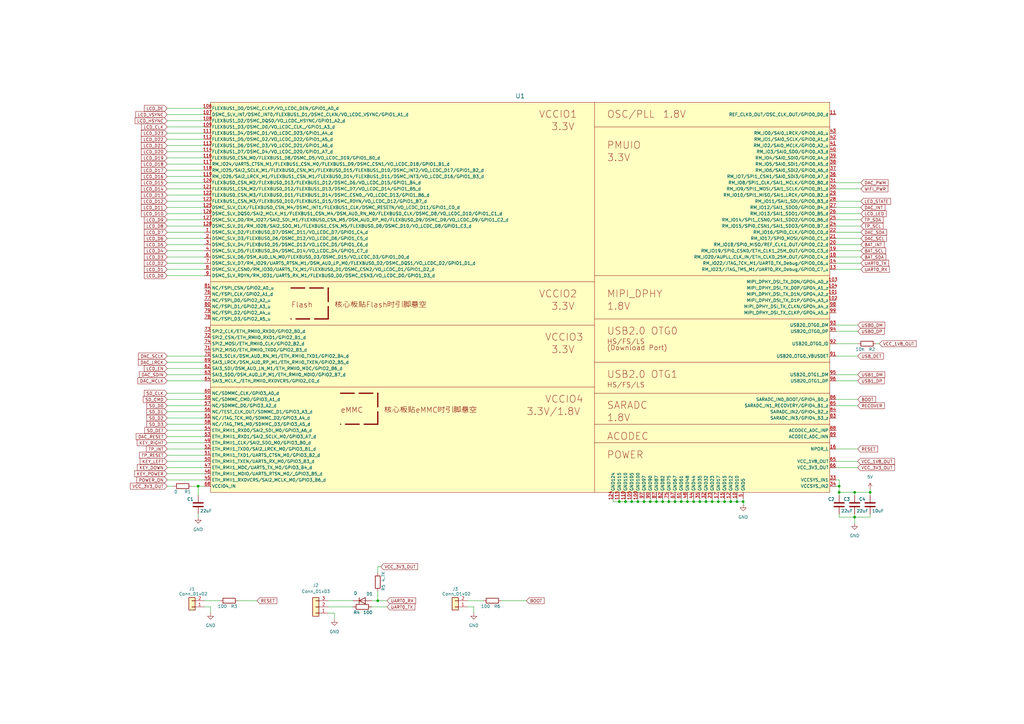
<source format=kicad_sch>
(kicad_sch (version 20250114) (generator "eeschema") (generator_version "9.0")
  (paper "A3")
  (lib_symbols
    (symbol "Connector_Generic:Conn_01x02" (pin_names (offset 1.016) (hide yes))
      (property "Reference" "J" (at 0 2.54 0))
      (property "Value" "Conn_01x02" (at 0 -5.08 0))
      (symbol "Conn_01x02_1_1"
        (rectangle (start -1.27 1.27) (end 1.27 -3.81) (stroke (width 0.254)) (fill (type background)))
        (rectangle (start -1.27 0.127) (end 0 -0.127) (stroke (width 0.1524)))
        (rectangle (start -1.27 -2.413) (end 0 -2.667) (stroke (width 0.1524)))
        (pin passive line (at -5.08 0 0) (length 3.81) (name "Pin_1") (number "1"))
        (pin passive line (at -5.08 -2.54 0) (length 3.81) (name "Pin_2") (number "2"))
      )
    )
    (symbol "Connector_Generic:Conn_01x03" (pin_names (offset 1.016) (hide yes))
      (property "Reference" "J" (at 0 5.08 0))
      (property "Value" "Conn_01x03" (at 0 -5.08 0))
      (symbol "Conn_01x03_1_1"
        (rectangle (start -1.27 3.81) (end 1.27 -3.81) (stroke (width 0.254)) (fill (type background)))
        (rectangle (start -1.27 2.667) (end 0 2.413) (stroke (width 0.1524)))
        (rectangle (start -1.27 0.127) (end 0 -0.127) (stroke (width 0.1524)))
        (rectangle (start -1.27 -2.413) (end 0 -2.667) (stroke (width 0.1524)))
        (pin passive line (at -5.08 2.54 0) (length 3.81) (name "Pin_1") (number "1"))
        (pin passive line (at -5.08 0 0) (length 3.81) (name "Pin_2") (number "2"))
        (pin passive line (at -5.08 -2.54 0) (length 3.81) (name "Pin_3") (number "3"))
      )
    )
    (symbol "Device:C" (pin_numbers (hide yes)) (pin_names (offset 0.254))
      (property "Reference" "C" (at 0.635 2.54 0))
      (property "Value" "C" (at 0.635 -2.54 0))
      (symbol "C_0_1"
        (polyline (pts (xy -2.032 0.762) (xy 2.032 0.762)) (stroke (width 0.508)))
        (polyline (pts (xy -2.032 -0.762) (xy 2.032 -0.762)) (stroke (width 0.508)))
      )
      (symbol "C_1_1"
        (pin passive line (at 0 3.81 270) (length 2.794) (name "~") (number "1"))
        (pin passive line (at 0 -3.81 90) (length 2.794) (name "~") (number "2"))
      )
    )
    (symbol "Device:D" (pin_numbers (hide yes)) (pin_names (offset 1.016) (hide yes))
      (property "Reference" "D" (at 0 2.54 0))
      (property "Value" "D" (at 0 -2.54 0))
      (symbol "D_0_1"
        (polyline (pts (xy -1.27 1.27) (xy -1.27 -1.27)) (stroke (width 0.254)))
        (polyline (pts (xy 1.27 1.27) (xy 1.27 -1.27) (xy -1.27 0) (xy 1.27 1.27)) (stroke (width 0.254)))
        (polyline (pts (xy 1.27 0) (xy -1.27 0)))
      )
      (symbol "D_1_1"
        (pin passive line (at -3.81 0 0) (length 2.54) (name "K") (number "1"))
        (pin passive line (at 3.81 0 180) (length 2.54) (name "A") (number "2"))
      )
    )
    (symbol "Device:R" (pin_numbers (hide yes)) (pin_names (offset 0))
      (property "Reference" "R" (at 2.032 0 90))
      (property "Value" "R" (at 0 0 90))
      (symbol "R_0_1"
        (rectangle (start -1.016 -2.54) (end 1.016 2.54) (stroke (width 0.254)))
      )
      (symbol "R_1_1"
        (pin passive line (at 0 3.81 270) (length 1.27) (name "~") (number "1"))
        (pin passive line (at 0 -3.81 90) (length 1.27) (name "~") (number "2"))
      )
    )
    (symbol "coloryr:SOM3562_18"
      (property "Reference" "M" (at 0 0 0))
      (symbol "SOM3562_18_1_0"
        (polyline (pts (xy 0 -73.66) (xy 157.48 -73.66)))
        (polyline (pts (xy 0 -91.44) (xy 157.48 -91.44)))
        (polyline (pts (xy 0 -116.84) (xy 157.48 -116.84)))
        (polyline (pts (xy 33.02 -76.2) (xy 48.26 -76.2)) (stroke (width 0.508) (type dash)))
        (polyline (pts (xy 48.26 -76.2) (xy 48.26 -88.9)) (stroke (width 0.508) (type dash)))
        (polyline (pts (xy 48.26 -88.9) (xy 33.02 -88.9)) (stroke (width 0.508) (type dash)))
        (polyline (pts (xy 53.34 -119.38) (xy 68.58 -119.38)) (stroke (width 0.508) (type dash)))
        (polyline (pts (xy 68.58 -119.38) (xy 68.58 -132.08)) (stroke (width 0.508) (type dash)))
        (polyline (pts (xy 68.58 -132.08) (xy 53.34 -132.08)) (stroke (width 0.508) (type dash)))
        (polyline (pts (xy 157.48 0) (xy 157.48 -160.02)))
        (rectangle (start 254 0) (end 0 -160.02) (stroke (width 0) (color 128 0 0 1)) (fill (type background)))
        (polyline (pts (xy 254 -10.16) (xy 157.48 -10.16)))
        (polyline (pts (xy 254 -71.12) (xy 157.48 -71.12)))
        (polyline (pts (xy 254 -88.9) (xy 157.48 -88.9)))
        (polyline (pts (xy 254 -106.68) (xy 157.48 -106.68)))
        (polyline (pts (xy 254 -119.38) (xy 157.48 -119.38)))
        (polyline (pts (xy 254 -132.08) (xy 157.48 -132.08)))
        (polyline (pts (xy 254 -139.7) (xy 157.48 -139.7)))
        (text "Flash" (at 33.02 -84.328 0) (effects (font (size 2.1844 2.1844)) (justify left bottom)))
        (text "核心板贴Flash时引脚悬空" (at 50.8 -84.328 0) (effects (font (size 2.1844 2.1844)) (justify left bottom)))
        (text "eMMC" (at 53.34 -127.508 0) (effects (font (size 2.1844 2.1844)) (justify left bottom)))
        (text "核心板贴eMMC时引脚悬空" (at 71.12 -127.508 0) (effects (font (size 2.1844 2.1844)) (justify left bottom)))
        (text "3.3V/1.8V" (at 129.54 -128.524 0) (effects (font (size 2.921 2.921)) (justify left bottom)))
        (text "VCCIO1" (at 134.62 -6.604 0) (effects (font (size 2.921 2.921)) (justify left bottom)))
        (text "VCCIO2" (at 134.62 -80.264 0) (effects (font (size 2.921 2.921)) (justify left bottom)))
        (text "VCCIO3" (at 137.16 -98.044 0) (effects (font (size 2.921 2.921)) (justify left bottom)))
        (text "VCCIO4" (at 137.16 -123.444 0) (effects (font (size 2.921 2.921)) (justify left bottom)))
        (text "3.3V" (at 139.7 -11.684 0) (effects (font (size 2.921 2.921)) (justify left bottom)))
        (text "3.3V" (at 139.7 -85.344 0) (effects (font (size 2.921 2.921)) (justify left bottom)))
        (text "3.3V" (at 139.7 -103.124 0) (effects (font (size 2.921 2.921)) (justify left bottom)))
        (text "OSC/PLL" (at 162.56 -6.604 0) (effects (font (size 2.921 2.921)) (justify left bottom)))
        (text "PMUIO" (at 162.56 -19.304 0) (effects (font (size 2.921 2.921)) (justify left bottom)))
        (text "3.3V" (at 162.56 -24.384 0) (effects (font (size 2.921 2.921)) (justify left bottom)))
        (text "MIPI_DPHY" (at 162.56 -80.264 0) (effects (font (size 2.921 2.921)) (justify left bottom)))
        (text "1.8V" (at 162.56 -85.344 0) (effects (font (size 2.921 2.921)) (justify left bottom)))
        (text "USB2.0 OTG0" (at 162.56 -95.504 0) (effects (font (size 2.921 2.921)) (justify left bottom)))
        (text "HS/FS/LS" (at 162.56 -99.314 0) (effects (font (size 2.0066 2.0066)) (justify left bottom)))
        (text "(Download Port)" (at 162.56 -101.854 0) (effects (font (size 2.0066 2.0066)) (justify left bottom)))
        (text "USB2.0 OTG1" (at 162.56 -113.284 0) (effects (font (size 2.921 2.921)) (justify left bottom)))
        (text "HS/FS/LS" (at 162.56 -117.094 0) (effects (font (size 2.0066 2.0066)) (justify left bottom)))
        (text "SARADC" (at 162.56 -125.984 0) (effects (font (size 2.921 2.921)) (justify left bottom)))
        (text "1.8V" (at 162.56 -131.064 0) (effects (font (size 2.921 2.921)) (justify left bottom)))
        (text "ACODEC" (at 162.56 -138.684 0) (effects (font (size 2.921 2.921)) (justify left bottom)))
        (text "POWER" (at 162.56 -146.304 0) (effects (font (size 2.921 2.921)) (justify left bottom)))
        (text "1.8V" (at 185.42 -6.604 0) (effects (font (size 2.921 2.921)) (justify left bottom)))
        (pin passive line (at -2.54 -2.54 0) (length 2.54) (name "FLEXBUS1_D0/DSMC_CLKP/VO_LCDC_DEN/GPIO1_A0_d") (number "106"))
        (pin passive line (at -2.54 -5.08 0) (length 2.54) (name "DSMC_SLV_INT/DSMC_INT0/FLEXBUS1_D1/DSMC_CLKN/VO_LCDC_VSYNC/GPIO1_A1_d") (number "107"))
        (pin passive line (at -2.54 -7.62 0) (length 2.54) (name "FLEXBUS1_D2/DSMC_DQS0/VO_LCDC_HSYNC/GPIO1_A2_d") (number "108"))
        (pin passive line (at -2.54 -10.16 0) (length 2.54) (name "FLEXBUS1_D3/DSMC_D0/VO_LCDC_CLK_/GPIO1_A3_d") (number "109"))
        (pin passive line (at -2.54 -12.7 0) (length 2.54) (name "FLEXBUS1_D4/DSMC_D1/VO_LCDC_D23/GPIO1_A4_d") (number "111"))
        (pin passive line (at -2.54 -15.24 0) (length 2.54) (name "FLEXBUS1_D5/DSMC_D2/VO_LCDC_D22/GPIO1_A5_d") (number "112"))
        (pin passive line (at -2.54 -17.78 0) (length 2.54) (name "FLEXBUS1_D6/DSMC_D3/VO_LCDC_D21/GPIO1_A6_d") (number "113"))
        (pin passive line (at -2.54 -20.32 0) (length 2.54) (name "FLEXBUS1_D7/DSMC_D4/VO_LCDC_D20/GPIO1_A7_d") (number "114"))
        (pin passive line (at -2.54 -22.86 0) (length 2.54) (name "FLEXBUS0_CSN_M0/FLEXBUS1_D8/DSMC_D5/VO_LCDC_D19/GPIO1_B0_d") (number "116"))
        (pin passive line (at -2.54 -25.4 0) (length 2.54) (name "RM_IO24/UART5_CTSN_M1/FLEXBUS1_CSN_M0/FLEXBUS1_D9/DSMC_CSN1/VO_LCDC_D18/GPIO1_B1_d") (number "117"))
        (pin passive line (at -2.54 -27.94 0) (length 2.54) (name "RM_IO25/SAI2_SCLK_M1/FLEXBUS0_CSN_M1/FLEXBUS0_D15/FLEXBUS1_D10/DSMC_INT2/VO_LCDC_D17/GPIO1_B2_d") (number "118"))
        (pin passive line (at -2.54 -30.48 0) (length 2.54) (name "RM_IO26/SAI2_LRCK_M1/FLEXBUS1_CSN_M1/FLEXBUS0_D14/FLEXBUS1_D11/DSMC_INT3/VO_LCDC_D16/GPIO1_B3_d") (number "119"))
        (pin passive line (at -2.54 -33.02 0) (length 2.54) (name "FLEXBUS0_CSN_M2/FLEXBUS0_D13/FLEXBUS1_D12/DSMC_D6/VO_LCDC_D15/GPIO1_B4_d") (number "120"))
        (pin passive line (at -2.54 -35.56 0) (length 2.54) (name "FLEXBUS1_CSN_M2/FLEXBUS0_D12/FLEXBUS1_D13/DSMC_D7/VO_LCDC_D14/GPIO1_B5_d") (number "121"))
        (pin passive line (at -2.54 -38.1 0) (length 2.54) (name "FLEXBUS0_CSN_M3/FLEXBUS0_D11/FLEXBUS1_D14/DSMC_CSN0_/VO_LCDC_D13/GPIO1_B6_d") (number "122"))
        (pin passive line (at -2.54 -40.64 0) (length 2.54) (name "FLEXBUS1_CSN_M3/FLEXBUS0_D10/FLEXBUS1_D15/DSMC_RDYN/VO_LCDC_D12/GPIO1_B7_d") (number "123"))
        (pin passive line (at -2.54 -43.18 0) (length 2.54) (name "DSMC_SLV_CLK/FLEXBUS0_CSN_M4/DSMC_INT1/FLEXBUS1_CLK/DSMC_RESETN/VO_LCDC_D11/GPIO1_C0_d") (number "125"))
        (pin passive line (at -2.54 -45.72 0) (length 2.54) (name "DSMC_SLV_DQS0/SAI2_MCLK_M1/FLEXBUS1_CSN_M4/DSM_AUD_RN_M0/FLEXBUS0_CLK/DSMC_D8/VO_LCDC_D10/GPIO1_C1_d") (number "126"))
        (pin passive line (at -2.54 -48.26 0) (length 2.54) (name "DSMC_SLV_D0/RM_IO27/SAI2_SDI_M1/FLEXBUS0_CSN_M5/DSM_AUD_RP_M0/FLEXBUS0_D9/DSMC_D9/VO_LCDC_D9/GPIO1_C2_d") (number "127"))
        (pin passive line (at -2.54 -50.8 0) (length 2.54) (name "DSMC_SLV_D1/RM_IO28/SAI2_SDO_M1/FLEXBUS1_CSN_M5/FLEXBUS0_D8/DSMC_D10/VO_LCDC_D8/GPIO1_C3_d") (number "128"))
        (pin passive line (at -2.54 -53.34 0) (length 2.54) (name "DSMC_SLV_D2/FLEXBUS0_D7/DSMC_D11/VO_LCDC_D7/GPIO1_C4_d") (number "1"))
        (pin passive line (at -2.54 -55.88 0) (length 2.54) (name "DSMC_SLV_D3/FLEXBUS0_D6/DSMC_D12/VO_LCDC_D6/GPIO1_C5_d") (number "2"))
        (pin passive line (at -2.54 -58.42 0) (length 2.54) (name "DSMC_SLV_D4/FLEXBUS0_D5/DSMC_D13/VO_LCDC_D5/GPIO1_C6_d") (number "3"))
        (pin passive line (at -2.54 -60.96 0) (length 2.54) (name "DSMC_SLV_D5/FLEXBUS0_D4/DSMC_D14/VO_LCDC_D4/GPIO1_C7_d") (number "4"))
        (pin passive line (at -2.54 -63.5 0) (length 2.54) (name "DSMC_SLV_D6/DSM_AUD_LN_M0/FLEXBUS0_D3/DSMC_D15/VO_LCDC_D3/GPIO1_D0_d") (number "6"))
        (pin passive line (at -2.54 -66.04 0) (length 2.54) (name "DSMC_SLV_D7/RM_IO29/UART5_RTSN_M1/DSM_AUD_LP_M0/FLEXBUS0_D2/DSMC_DQS1/VO_LCDC_D2/GPIO1_D1_d") (number "7"))
        (pin passive line (at -2.54 -68.58 0) (length 2.54) (name "DSMC_SLV_CSN0/RM_IO30/UART5_TX_M1/FLEXBUS0_D1/DSMC_CSN2/VO_LCDC_D1/GPIO1_D2_d") (number "8"))
        (pin passive line (at -2.54 -71.12 0) (length 2.54) (name "DSMC_SLV_RDYN/RM_IO31/UART5_RX_M1/FLEXBUS0_D0/DSMC_CSN3/VO_LCDC_D0/GPIO1_D3_d") (number "9"))
        (pin passive line (at -2.54 -76.2 0) (length 2.54) (name "NC/FSPI_CSN/GPIO2_A0_u") (number "81"))
        (pin passive line (at -2.54 -78.74 0) (length 2.54) (name "NC/FSPI_CLK/GPIO2_A1_d") (number "76"))
        (pin passive line (at -2.54 -81.28 0) (length 2.54) (name "NC/FSPI_D0/GPIO2_A2_u") (number "77"))
        (pin passive line (at -2.54 -83.82 0) (length 2.54) (name "NC/FSPI_D1/GPIO2_A3_u") (number "80"))
        (pin passive line (at -2.54 -86.36 0) (length 2.54) (name "NC/FSPI_D2/GPIO2_A4_u") (number "79"))
        (pin passive line (at -2.54 -88.9 0) (length 2.54) (name "NC/FSPI_D3/GPIO2_A5_u") (number "78"))
        (pin passive line (at -2.54 -93.98 0) (length 2.54) (name "SPI2_CLK/ETH_RMII0_RXD0/GPIO2_B0_d") (number "73"))
        (pin passive line (at -2.54 -96.52 0) (length 2.54) (name "SPI2_CSN/ETH_RMII0_RXD1/GPIO2_B1_d") (number "72"))
        (pin passive line (at -2.54 -99.06 0) (length 2.54) (name "SPI2_MOSI/ETH_RMII0_CLK/GPIO2_B2_d") (number "74"))
        (pin passive line (at -2.54 -101.6 0) (length 2.54) (name "SPI2_MISO/ETH_RMII0_TXD0/GPIO2_B3_d") (number "71"))
        (pin passive line (at -2.54 -104.14 0) (length 2.54) (name "SAI3_SCLK/DSM_AUD_RN_M1/ETH_RMII0_TXD1/GPIO2_B4_d") (number "70"))
        (pin passive line (at -2.54 -106.68 0) (length 2.54) (name "SAI3_LRCK/DSM_AUD_RP_M1/ETH_RMII0_TXEN/GPIO2_B5_d") (number "69"))
        (pin passive line (at -2.54 -109.22 0) (length 2.54) (name "SAI3_SDI/DSM_AUD_LN_M1/ETH_RMII0_MDC/GPIO2_B6_d") (number "62"))
        (pin passive line (at -2.54 -111.76 0) (length 2.54) (name "SAI3_SDO/DSM_AUD_LP_M1/ETH_RMII0_MDIO/GPIO2_B7_d") (number "63"))
        (pin passive line (at -2.54 -114.3 0) (length 2.54) (name "SAI3_MCLK_/ETH_RMII0_RXDVCRS/GPIO2_C0_d") (number "64"))
        (pin passive line (at -2.54 -119.38 0) (length 2.54) (name "NC/SDMMC_CLK/GPIO3_A0_d") (number "60"))
        (pin passive line (at -2.54 -121.92 0) (length 2.54) (name "NC/SDMMC_CMD/GPIO3_A1_d") (number "59"))
        (pin passive line (at -2.54 -124.46 0) (length 2.54) (name "NC/SDMMC_D0/GPIO3_A2_d") (number "57"))
        (pin passive line (at -2.54 -127 0) (length 2.54) (name "NC/TEST_CLK_OUT/SDMMC_D1/GPIO3_A3_d") (number "56"))
        (pin passive line (at -2.54 -129.54 0) (length 2.54) (name "NC/JTAG_TCK_M0/SDMMC_D2/GPIO3_A4_d") (number "55"))
        (pin passive line (at -2.54 -132.08 0) (length 2.54) (name "NC/JTAG_TMS_M0/SDMMC_D3/GPIO3_A5_d") (number "58"))
        (pin passive line (at -2.54 -134.62 0) (length 2.54) (name "ETH_RMII1_RXD0/SAI2_SDI_M0/GPIO3_A6_d") (number "54"))
        (pin passive line (at -2.54 -137.16 0) (length 2.54) (name "ETH_RMII1_RXD1/SAI2_SCLK_M0/GPIO3_A7_d") (number "53"))
        (pin passive line (at -2.54 -139.7 0) (length 2.54) (name "ETH_RMII1_CLK/SAI2_SDO_M0/GPIO3_B0_d") (number "49"))
        (pin passive line (at -2.54 -142.24 0) (length 2.54) (name "ETH_RMII1_TXD0/SAI2_LRCK_M0/GPIO3_B1_d") (number "52"))
        (pin passive line (at -2.54 -144.78 0) (length 2.54) (name "ETH_RMII1_TXD1/UART5_CTSN_M0/GPIO3_B2_d") (number "51"))
        (pin passive line (at -2.54 -147.32 0) (length 2.54) (name "ETH_RMII1_TXEN/UART5_RX_M0/GPIO3_B3_d") (number "50"))
        (pin passive line (at -2.54 -149.86 0) (length 2.54) (name "ETH_RMII1_MDC/UART5_TX_M0/GPIO3_B4_d") (number "47"))
        (pin passive line (at -2.54 -152.4 0) (length 2.54) (name "ETH_RMII1_MDIO/UART5_RTSN_M0/_GPIO3_B5_d") (number "46"))
        (pin passive line (at -2.54 -154.94 0) (length 2.54) (name "ETH_RMII1_RXDVCRS/SAI2_MCLK_M0/GPIO3_B6_d") (number "45"))
        (pin passive line (at -2.54 -157.48 0) (length 2.54) (name "VCCIO4_IN") (number "68"))
        (pin passive line (at 165.1 -162.56 90) (length 2.54) (name "GND124") (number "124"))
        (pin passive line (at 167.64 -162.56 90) (length 2.54) (name "GND115") (number "115"))
        (pin passive line (at 170.18 -162.56 90) (length 2.54) (name "GND110") (number "110"))
        (pin passive line (at 172.72 -162.56 90) (length 2.54) (name "GND105") (number "105"))
        (pin passive line (at 175.26 -162.56 90) (length 2.54) (name "GND100") (number "100"))
        (pin passive line (at 177.8 -162.56 90) (length 2.54) (name "GND97") (number "97"))
        (pin passive line (at 180.34 -162.56 90) (length 2.54) (name "GND90") (number "90"))
        (pin passive line (at 182.88 -162.56 90) (length 2.54) (name "GND87") (number "87"))
        (pin passive line (at 185.42 -162.56 90) (length 2.54) (name "GND82") (number "82"))
        (pin passive line (at 187.96 -162.56 90) (length 2.54) (name "GND75") (number "75"))
        (pin passive line (at 190.5 -162.56 90) (length 2.54) (name "GND67") (number "67"))
        (pin passive line (at 193.04 -162.56 90) (length 2.54) (name "GND61") (number "61"))
        (pin passive line (at 195.58 -162.56 90) (length 2.54) (name "GND48") (number "48"))
        (pin passive line (at 198.12 -162.56 90) (length 2.54) (name "GND44") (number "44"))
        (pin passive line (at 200.66 -162.56 90) (length 2.54) (name "GND35") (number "35"))
        (pin passive line (at 203.2 -162.56 90) (length 2.54) (name "GND32") (number "32"))
        (pin passive line (at 205.74 -162.56 90) (length 2.54) (name "GND23") (number "23"))
        (pin passive line (at 208.28 -162.56 90) (length 2.54) (name "GND17") (number "17"))
        (pin passive line (at 210.82 -162.56 90) (length 2.54) (name "GND15") (number "15"))
        (pin passive line (at 213.36 -162.56 90) (length 2.54) (name "GND12") (number "12"))
        (pin passive line (at 215.9 -162.56 90) (length 2.54) (name "GND10") (number "10"))
        (pin passive line (at 218.44 -162.56 90) (length 2.54) (name "GND5") (number "5"))
        (pin passive line (at 256.54 -5.08 180) (length 2.54) (name "REF_CLK0_OUT/OSC_CLK_OUT/GPIO0_D0_d") (number "11"))
        (pin passive line (at 256.54 -12.7 180) (length 2.54) (name "RM_IO0/SAI0_LRCK/GPIO0_A0_u") (number "43"))
        (pin passive line (at 256.54 -15.24 180) (length 2.54) (name "RM_IO1/SAI0_SCLK/GPIO0_A1_d") (number "42"))
        (pin passive line (at 256.54 -17.78 180) (length 2.54) (name "RM_IO2/SAI0_MCLK/GPIO0_A2_u") (number "41"))
        (pin passive line (at 256.54 -20.32 180) (length 2.54) (name "RM_IO3/SAI0_SDO/GPIO0_A3_d") (number "40"))
        (pin passive line (at 256.54 -22.86 180) (length 2.54) (name "RM_IO4/SAI0_SDI0/GPIO0_A4_d") (number "39"))
        (pin passive line (at 256.54 -25.4 180) (length 2.54) (name "RM_IO5/SAI0_SDI1/GPIO0_A5_d") (number "38"))
        (pin passive line (at 256.54 -27.94 180) (length 2.54) (name "RM_IO6/SAI0_SDI2/GPIO0_A6_d") (number "37"))
        (pin passive line (at 256.54 -30.48 180) (length 2.54) (name "RM_IO7/SPI1_CSN1/SAI0_SDI3/GPIO0_A7_d") (number "36"))
        (pin passive line (at 256.54 -33.02 180) (length 2.54) (name "RM_IO8/SPI1_CLK/SAI1_MCLK/GPIO0_B0_d") (number "31"))
        (pin passive line (at 256.54 -35.56 180) (length 2.54) (name "RM_IO9/SPI1_MOSI/SAI1_SCLK/GPIO0_B1_d") (number "30"))
        (pin passive line (at 256.54 -38.1 180) (length 2.54) (name "RM_IO10/SPI1_MISO/SAI1_LRCK/GPIO0_B2_d") (number "29"))
        (pin passive line (at 256.54 -40.64 180) (length 2.54) (name "RM_IO11/SAI1_SDI/GPIO0_B3_d") (number "28"))
        (pin passive line (at 256.54 -43.18 180) (length 2.54) (name "RM_IO12/SAI1_SDO0/GPIO0_B4_d") (number "27"))
        (pin passive line (at 256.54 -45.72 180) (length 2.54) (name "RM_IO13/SAI1_SDO1/GPIO0_B5_d") (number "26"))
        (pin passive line (at 256.54 -48.26 180) (length 2.54) (name "RM_IO14/SPI1_CSN0/SAI1_SDO2/GPIO0_B6_d") (number "25"))
        (pin passive line (at 256.54 -50.8 180) (length 2.54) (name "RM_IO15/SPI0_CSN1/SAI1_SDO3/GPIO0_B7_d") (number "24"))
        (pin passive line (at 256.54 -53.34 180) (length 2.54) (name "RM_IO16/SPI0_CLK/GPIO0_C0_d") (number "22"))
        (pin passive line (at 256.54 -55.88 180) (length 2.54) (name "RM_IO17/SPI0_MOSI/GPIO0_C1_d") (number "21"))
        (pin passive line (at 256.54 -58.42 180) (length 2.54) (name "RM_IO18/SPI0_MISO/REF_CLK1_OUT/GPIO0_C2_d") (number "20"))
        (pin passive line (at 256.54 -60.96 180) (length 2.54) (name "RM_IO19/SPI0_CSN0/ETH_CLK1_25M_OUT/GPIO0_C3_d") (number "19"))
        (pin passive line (at 256.54 -63.5 180) (length 2.54) (name "RM_IO20/AUPLL_CLK_IN/ETH_CLK0_25M_OUT/GPIO0_C4_d") (number "18"))
        (pin passive line (at 256.54 -66.04 180) (length 2.54) (name "RM_IO22/JTAG_TCK_M1/UART0_TX_Debug/GPIO0_C6_u") (number "14"))
        (pin passive line (at 256.54 -68.58 180) (length 2.54) (name "RM_IO23/JTAG_TMS_M1/UART0_RX_Debug/GPIO0_C7_u") (number "13"))
        (pin passive line (at 256.54 -73.66 180) (length 2.54) (name "MIPI_DPHY_DSI_TX_D0N/GPO4_A0_z") (number "103"))
        (pin passive line (at 256.54 -76.2 180) (length 2.54) (name "MIPI_DPHY_DSI_TX_D0P/GPO4_A1_z") (number "104"))
        (pin passive line (at 256.54 -78.74 180) (length 2.54) (name "MIPI_DPHY_DSI_TX_D1N/GPO4_A2_z") (number "101"))
        (pin passive line (at 256.54 -81.28 180) (length 2.54) (name "MIPI_DPHY_DSI_TX_D1P/GPO4_A3_z") (number "102"))
        (pin passive line (at 256.54 -83.82 180) (length 2.54) (name "MIPI_DPHY_DSI_TX_CLKN/GPO4_A4_z") (number "98"))
        (pin passive line (at 256.54 -86.36 180) (length 2.54) (name "MIPI_DPHY_DSI_TX_CLKP/GPO4_A5_z") (number "99"))
        (pin passive line (at 256.54 -91.44 180) (length 2.54) (name "USB20_OTG0_DM") (number "93"))
        (pin passive line (at 256.54 -93.98 180) (length 2.54) (name "USB20_OTG0_DP") (number "94"))
        (pin passive line (at 256.54 -99.06 180) (length 2.54) (name "USB20_OTG0_ID") (number "92"))
        (pin passive line (at 256.54 -104.14 180) (length 2.54) (name "USB20_OTG0_VBUSDET") (number "91"))
        (pin passive line (at 256.54 -111.76 180) (length 2.54) (name "USB20_OTG1_DM") (number "95"))
        (pin passive line (at 256.54 -114.3 180) (length 2.54) (name "USB20_OTG1_DP") (number "96"))
        (pin passive line (at 256.54 -121.92 180) (length 2.54) (name "SARADC_IN0_BOOT/GPIO4_B0_z") (number "86"))
        (pin passive line (at 256.54 -124.46 180) (length 2.54) (name "SARADC_IN1_RECOVERY/GPIO4_B1_z") (number "85"))
        (pin passive line (at 256.54 -127 180) (length 2.54) (name "SARADC_IN2/GPIO4_B2_z") (number "84"))
        (pin passive line (at 256.54 -129.54 180) (length 2.54) (name "SARADC_IN3/GPIO4_B3_z") (number "83"))
        (pin passive line (at 256.54 -134.62 180) (length 2.54) (name "ACODEC_ADC_INP") (number "88"))
        (pin passive line (at 256.54 -137.16 180) (length 2.54) (name "ACODEC_ADC_INN") (number "89"))
        (pin passive line (at 256.54 -142.24 180) (length 2.54) (name "NPOR_L") (number "16"))
        (pin passive line (at 256.54 -147.32 180) (length 2.54) (name "VCC_1V8_OUT") (number "65"))
        (pin passive line (at 256.54 -149.86 180) (length 2.54) (name "VCC_3V3_OUT") (number "66"))
        (pin passive line (at 256.54 -154.94 180) (length 2.54) (name "VCCSYS_IN1") (number "33"))
        (pin passive line (at 256.54 -157.48 180) (length 2.54) (name "VCCSYS_IN2") (number "34"))
      )
    )
    (symbol "power:GND" (power) (pin_numbers (hide yes)) (pin_names (offset 0) (hide yes))
      (property "Value" "GND" (at 0 -3.81 0))
      (symbol "GND_0_1"
        (polyline (pts (xy 0 0) (xy 0 -1.27) (xy 1.27 -1.27) (xy 0 -2.54) (xy -1.27 -1.27) (xy 0 -1.27)))
      )
      (symbol "GND_1_1"
        (pin power_in line (at 0 0 270) (length 0) (name "~") (number "1"))
      )
    )
    (symbol "power:VCC" (power) (pin_numbers (hide yes)) (pin_names (offset 0) (hide yes))
      (property "Value" "VCC" (at 0 3.556 0))
      (symbol "VCC_0_1"
        (polyline (pts (xy -0.762 1.27) (xy 0 2.54)))
        (polyline (pts (xy 0 2.54) (xy 0.762 1.27)))
        (polyline (pts (xy 0 0) (xy 0 2.54)))
      )
      (symbol "VCC_1_1"
        (pin power_in line (at 0 0 90) (length 0) (name "~") (number "1"))
      )
    )
  )
  (junction (at 271.78 205.74))
  (junction (at 302.26 205.74))
  (junction (at 81.28 199.39))
  (junction (at 304.8 205.74))
  (junction (at 256.54 205.74))
  (junction (at 154.94 246.38))
  (junction (at 274.32 205.74))
  (junction (at 356.87 201.93))
  (junction (at 254 205.74))
  (junction (at 350.52 201.93))
  (junction (at 289.56 205.74))
  (junction (at 281.94 205.74))
  (junction (at 292.1 205.74))
  (junction (at 279.4 205.74))
  (junction (at 294.64 205.74))
  (junction (at 269.24 205.74))
  (junction (at 264.16 205.74))
  (junction (at 350.52 212.09))
  (junction (at 297.18 205.74))
  (junction (at 261.62 205.74))
  (junction (at 259.08 205.74))
  (junction (at 284.48 205.74))
  (junction (at 344.17 199.39))
  (junction (at 287.02 205.74))
  (junction (at 299.72 205.74))
  (junction (at 276.86 205.74))
  (junction (at 266.7 205.74))
  (junction (at 344.17 201.93))
  (wire (pts (xy 271.78 205.74) (xy 269.24 205.74)))
  (wire (pts (xy 68.58 82.55) (xy 83.82 82.55)))
  (wire (pts (xy 137.16 251.46) (xy 137.16 254)))
  (wire (pts (xy 68.58 77.47) (xy 83.82 77.47)))
  (wire (pts (xy 350.52 212.09) (xy 344.17 212.09)))
  (wire (pts (xy 342.9 74.93) (xy 353.06 74.93)))
  (wire (pts (xy 152.4 246.38) (xy 154.94 246.38)))
  (wire (pts (xy 259.08 205.74) (xy 256.54 205.74)))
  (wire (pts (xy 194.31 248.92) (xy 194.31 251.46)))
  (wire (pts (xy 68.58 161.29) (xy 83.82 161.29)))
  (wire (pts (xy 350.52 201.93) (xy 356.87 201.93)))
  (wire (pts (xy 81.28 210.82) (xy 81.28 212.09)))
  (wire (pts (xy 86.36 248.92) (xy 86.36 251.46)))
  (wire (pts (xy 68.58 107.95) (xy 83.82 107.95)))
  (wire (pts (xy 68.58 97.79) (xy 83.82 97.79)))
  (wire (pts (xy 342.9 105.41) (xy 353.06 105.41)))
  (wire (pts (xy 134.62 246.38) (xy 144.78 246.38)))
  (wire (pts (xy 191.77 246.38) (xy 198.12 246.38)))
  (wire (pts (xy 68.58 156.21) (xy 83.82 156.21)))
  (wire (pts (xy 287.02 205.74) (xy 284.48 205.74)))
  (wire (pts (xy 342.9 196.85) (xy 344.17 196.85)))
  (wire (pts (xy 299.72 205.74) (xy 297.18 205.74)))
  (wire (pts (xy 292.1 205.74) (xy 289.56 205.74)))
  (wire (pts (xy 294.64 204.47) (xy 294.64 205.74)))
  (wire (pts (xy 68.58 69.85) (xy 83.82 69.85)))
  (wire (pts (xy 342.9 166.37) (xy 351.79 166.37)))
  (wire (pts (xy 156.21 232.41) (xy 154.94 232.41)))
  (wire (pts (xy 359.41 140.97) (xy 360.68 140.97)))
  (wire (pts (xy 356.87 203.2) (xy 356.87 201.93)))
  (wire (pts (xy 261.62 205.74) (xy 259.08 205.74)))
  (wire (pts (xy 344.17 210.82) (xy 344.17 212.09)))
  (wire (pts (xy 68.58 90.17) (xy 83.82 90.17)))
  (wire (pts (xy 342.9 156.21) (xy 351.79 156.21)))
  (wire (pts (xy 251.46 205.74) (xy 251.46 204.47)))
  (wire (pts (xy 284.48 205.74) (xy 281.94 205.74)))
  (wire (pts (xy 304.8 204.47) (xy 304.8 205.74)))
  (wire (pts (xy 68.58 92.71) (xy 83.82 92.71)))
  (wire (pts (xy 134.62 251.46) (xy 137.16 251.46)))
  (wire (pts (xy 342.9 92.71) (xy 353.06 92.71)))
  (wire (pts (xy 68.58 57.15) (xy 83.82 57.15)))
  (wire (pts (xy 342.9 95.25) (xy 353.06 95.25)))
  (wire (pts (xy 292.1 204.47) (xy 292.1 205.74)))
  (wire (pts (xy 350.52 201.93) (xy 344.17 201.93)))
  (wire (pts (xy 294.64 205.74) (xy 292.1 205.74)))
  (wire (pts (xy 134.62 248.92) (xy 144.78 248.92)))
  (wire (pts (xy 297.18 204.47) (xy 297.18 205.74)))
  (wire (pts (xy 68.58 102.87) (xy 83.82 102.87)))
  (wire (pts (xy 350.52 212.09) (xy 350.52 214.63)))
  (wire (pts (xy 284.48 204.47) (xy 284.48 205.74)))
  (wire (pts (xy 97.79 246.38) (xy 105.41 246.38)))
  (wire (pts (xy 83.82 246.38) (xy 90.17 246.38)))
  (wire (pts (xy 264.16 204.47) (xy 264.16 205.74)))
  (wire (pts (xy 266.7 204.47) (xy 266.7 205.74)))
  (wire (pts (xy 342.9 110.49) (xy 353.06 110.49)))
  (wire (pts (xy 342.9 146.05) (xy 351.79 146.05)))
  (wire (pts (xy 342.9 85.09) (xy 353.06 85.09)))
  (wire (pts (xy 68.58 54.61) (xy 83.82 54.61)))
  (wire (pts (xy 289.56 205.74) (xy 287.02 205.74)))
  (wire (pts (xy 342.9 87.63) (xy 353.06 87.63)))
  (wire (pts (xy 68.58 166.37) (xy 83.82 166.37)))
  (wire (pts (xy 68.58 64.77) (xy 83.82 64.77)))
  (wire (pts (xy 68.58 173.99) (xy 83.82 173.99)))
  (wire (pts (xy 279.4 205.74) (xy 276.86 205.74)))
  (wire (pts (xy 68.58 199.39) (xy 71.12 199.39)))
  (wire (pts (xy 68.58 146.05) (xy 83.82 146.05)))
  (wire (pts (xy 342.9 140.97) (xy 351.79 140.97)))
  (wire (pts (xy 68.58 153.67) (xy 83.82 153.67)))
  (wire (pts (xy 342.9 133.35) (xy 351.79 133.35)))
  (wire (pts (xy 289.56 204.47) (xy 289.56 205.74)))
  (wire (pts (xy 68.58 186.69) (xy 83.82 186.69)))
  (wire (pts (xy 68.58 163.83) (xy 83.82 163.83)))
  (wire (pts (xy 68.58 151.13) (xy 83.82 151.13)))
  (wire (pts (xy 344.17 196.85) (xy 344.17 199.39)))
  (wire (pts (xy 269.24 204.47) (xy 269.24 205.74)))
  (wire (pts (xy 356.87 212.09) (xy 350.52 212.09)))
  (wire (pts (xy 274.32 204.47) (xy 274.32 205.74)))
  (wire (pts (xy 254 205.74) (xy 251.46 205.74)))
  (wire (pts (xy 342.9 199.39) (xy 344.17 199.39)))
  (wire (pts (xy 281.94 204.47) (xy 281.94 205.74)))
  (wire (pts (xy 342.9 153.67) (xy 351.79 153.67)))
  (wire (pts (xy 356.87 200.66) (xy 356.87 201.93)))
  (wire (pts (xy 342.9 90.17) (xy 353.06 90.17)))
  (wire (pts (xy 342.9 82.55) (xy 353.06 82.55)))
  (wire (pts (xy 356.87 210.82) (xy 356.87 212.09)))
  (wire (pts (xy 344.17 201.93) (xy 344.17 203.2)))
  (wire (pts (xy 68.58 110.49) (xy 83.82 110.49)))
  (wire (pts (xy 68.58 113.03) (xy 83.82 113.03)))
  (wire (pts (xy 264.16 205.74) (xy 261.62 205.74)))
  (wire (pts (xy 154.94 246.38) (xy 158.75 246.38)))
  (wire (pts (xy 68.58 189.23) (xy 83.82 189.23)))
  (wire (pts (xy 342.9 100.33) (xy 353.06 100.33)))
  (wire (pts (xy 68.58 67.31) (xy 83.82 67.31)))
  (wire (pts (xy 276.86 205.74) (xy 274.32 205.74)))
  (wire (pts (xy 342.9 189.23) (xy 351.79 189.23)))
  (wire (pts (xy 276.86 204.47) (xy 276.86 205.74)))
  (wire (pts (xy 68.58 171.45) (xy 83.82 171.45)))
  (wire (pts (xy 350.52 210.82) (xy 350.52 212.09)))
  (wire (pts (xy 154.94 232.41) (xy 154.94 234.95)))
  (wire (pts (xy 342.9 102.87) (xy 353.06 102.87)))
  (wire (pts (xy 68.58 148.59) (xy 83.82 148.59)))
  (wire (pts (xy 304.8 205.74) (xy 302.26 205.74)))
  (wire (pts (xy 68.58 196.85) (xy 83.82 196.85)))
  (wire (pts (xy 299.72 204.47) (xy 299.72 205.74)))
  (wire (pts (xy 281.94 205.74) (xy 279.4 205.74)))
  (wire (pts (xy 342.9 107.95) (xy 353.06 107.95)))
  (wire (pts (xy 154.94 242.57) (xy 154.94 246.38)))
  (wire (pts (xy 68.58 191.77) (xy 83.82 191.77)))
  (wire (pts (xy 342.9 97.79) (xy 353.06 97.79)))
  (wire (pts (xy 68.58 46.99) (xy 83.82 46.99)))
  (wire (pts (xy 261.62 204.47) (xy 261.62 205.74)))
  (wire (pts (xy 68.58 72.39) (xy 83.82 72.39)))
  (wire (pts (xy 68.58 80.01) (xy 83.82 80.01)))
  (wire (pts (xy 342.9 184.15) (xy 351.79 184.15)))
  (wire (pts (xy 269.24 205.74) (xy 266.7 205.74)))
  (wire (pts (xy 304.8 205.74) (xy 304.8 207.01)))
  (wire (pts (xy 279.4 204.47) (xy 279.4 205.74)))
  (wire (pts (xy 152.4 248.92) (xy 158.75 248.92)))
  (wire (pts (xy 342.9 191.77) (xy 351.79 191.77)))
  (wire (pts (xy 191.77 248.92) (xy 194.31 248.92)))
  (wire (pts (xy 68.58 181.61) (xy 83.82 181.61)))
  (wire (pts (xy 342.9 135.89) (xy 351.79 135.89)))
  (wire (pts (xy 302.26 204.47) (xy 302.26 205.74)))
  (wire (pts (xy 81.28 199.39) (xy 83.82 199.39)))
  (wire (pts (xy 83.82 248.92) (xy 86.36 248.92)))
  (wire (pts (xy 274.32 205.74) (xy 271.78 205.74)))
  (wire (pts (xy 68.58 74.93) (xy 83.82 74.93)))
  (wire (pts (xy 297.18 205.74) (xy 294.64 205.74)))
  (wire (pts (xy 68.58 176.53) (xy 83.82 176.53)))
  (wire (pts (xy 205.74 246.38) (xy 215.9 246.38)))
  (wire (pts (xy 68.58 44.45) (xy 83.82 44.45)))
  (wire (pts (xy 256.54 204.47) (xy 256.54 205.74)))
  (wire (pts (xy 256.54 205.74) (xy 254 205.74)))
  (wire (pts (xy 350.52 203.2) (xy 350.52 201.93)))
  (wire (pts (xy 68.58 100.33) (xy 83.82 100.33)))
  (wire (pts (xy 271.78 204.47) (xy 271.78 205.74)))
  (wire (pts (xy 68.58 49.53) (xy 83.82 49.53)))
  (wire (pts (xy 68.58 105.41) (xy 83.82 105.41)))
  (wire (pts (xy 302.26 205.74) (xy 299.72 205.74)))
  (wire (pts (xy 78.74 199.39) (xy 81.28 199.39)))
  (wire (pts (xy 68.58 168.91) (xy 83.82 168.91)))
  (wire (pts (xy 254 204.47) (xy 254 205.74)))
  (wire (pts (xy 68.58 59.69) (xy 83.82 59.69)))
  (wire (pts (xy 81.28 199.39) (xy 81.28 203.2)))
  (wire (pts (xy 342.9 77.47) (xy 353.06 77.47)))
  (wire (pts (xy 68.58 87.63) (xy 83.82 87.63)))
  (wire (pts (xy 259.08 204.47) (xy 259.08 205.74)))
  (wire (pts (xy 68.58 52.07) (xy 83.82 52.07)))
  (wire (pts (xy 68.58 184.15) (xy 83.82 184.15)))
  (wire (pts (xy 68.58 85.09) (xy 83.82 85.09)))
  (wire (pts (xy 266.7 205.74) (xy 264.16 205.74)))
  (wire (pts (xy 342.9 163.83) (xy 351.79 163.83)))
  (wire (pts (xy 344.17 199.39) (xy 344.17 201.93)))
  (wire (pts (xy 68.58 179.07) (xy 83.82 179.07)))
  (wire (pts (xy 68.58 194.31) (xy 83.82 194.31)))
  (wire (pts (xy 287.02 204.47) (xy 287.02 205.74)))
  (wire (pts (xy 68.58 62.23) (xy 83.82 62.23)))
  (wire (pts (xy 68.58 95.25) (xy 83.82 95.25)))
  (global_label "TP_RESET" (shape input) (at 68.58 186.69 180) (property "Intersheetrefs" "${INTERSHEET_REFS}" (effects (hide yes))))
  (global_label "UART0_TX" (shape input) (at 158.75 248.92 0) (property "Intersheetrefs" "${INTERSHEET_REFS}" (effects (hide yes))))
  (global_label "LCD_EN" (shape input) (at 68.58 151.13 180) (property "Intersheetrefs" "${INTERSHEET_REFS}" (effects (hide yes))))
  (global_label "LCD_D8" (shape input) (at 68.58 92.71 180) (property "Intersheetrefs" "${INTERSHEET_REFS}" (effects (hide yes))))
  (global_label "VCC_1V8_OUT" (shape input) (at 351.79 189.23 0) (property "Intersheetrefs" "${INTERSHEET_REFS}" (effects (hide yes))))
  (global_label "LCD_D15" (shape input) (at 68.58 74.93 180) (property "Intersheetrefs" "${INTERSHEET_REFS}" (effects (hide yes))))
  (global_label "VCC_3V3_OUT" (shape input) (at 68.58 199.39 180) (property "Intersheetrefs" "${INTERSHEET_REFS}" (effects (hide yes))))
  (global_label "LCD_D12" (shape input) (at 68.58 82.55 180) (property "Intersheetrefs" "${INTERSHEET_REFS}" (effects (hide yes))))
  (global_label "RESET" (shape input) (at 105.41 246.38 0) (property "Intersheetrefs" "${INTERSHEET_REFS}" (effects (hide yes))))
  (global_label "LCD_D22" (shape input) (at 68.58 57.15 180) (property "Intersheetrefs" "${INTERSHEET_REFS}" (effects (hide yes))))
  (global_label "SD_D3" (shape input) (at 68.58 173.99 180) (property "Intersheetrefs" "${INTERSHEET_REFS}" (effects (hide yes))))
  (global_label "VCC_1V8_OUT" (shape input) (at 360.68 140.97 0) (property "Intersheetrefs" "${INTERSHEET_REFS}" (effects (hide yes))))
  (global_label "LCD_DE" (shape input) (at 68.58 44.45 180) (property "Intersheetrefs" "${INTERSHEET_REFS}" (effects (hide yes))))
  (global_label "LCD_D3" (shape input) (at 68.58 105.41 180) (property "Intersheetrefs" "${INTERSHEET_REFS}" (effects (hide yes))))
  (global_label "USB1_DM" (shape input) (at 351.79 153.67 0) (property "Intersheetrefs" "${INTERSHEET_REFS}" (effects (hide yes))))
  (global_label "UART0_RX" (shape input) (at 158.75 246.38 0) (property "Intersheetrefs" "${INTERSHEET_REFS}" (effects (hide yes))))
  (global_label "KEY_POWER" (shape input) (at 68.58 194.31 180) (property "Intersheetrefs" "${INTERSHEET_REFS}" (effects (hide yes))))
  (global_label "LCD_D19" (shape input) (at 68.58 64.77 180) (property "Intersheetrefs" "${INTERSHEET_REFS}" (effects (hide yes))))
  (global_label "UART0_TX" (shape input) (at 353.06 107.95 0) (property "Intersheetrefs" "${INTERSHEET_REFS}" (effects (hide yes))))
  (global_label "DAC_SCLK" (shape input) (at 68.58 146.05 180) (property "Intersheetrefs" "${INTERSHEET_REFS}" (effects (hide yes))))
  (global_label "LCD_D5" (shape input) (at 68.58 100.33 180) (property "Intersheetrefs" "${INTERSHEET_REFS}" (effects (hide yes))))
  (global_label "SD_DET" (shape input) (at 68.58 176.53 180) (property "Intersheetrefs" "${INTERSHEET_REFS}" (effects (hide yes))))
  (global_label "LCD_D0" (shape input) (at 68.58 113.03 180) (property "Intersheetrefs" "${INTERSHEET_REFS}" (effects (hide yes))))
  (global_label "SD_CLK" (shape input) (at 68.58 161.29 180) (property "Intersheetrefs" "${INTERSHEET_REFS}" (effects (hide yes))))
  (global_label "LCD_D6" (shape input) (at 68.58 97.79 180) (property "Intersheetrefs" "${INTERSHEET_REFS}" (effects (hide yes))))
  (global_label "LCD_CLK" (shape input) (at 68.58 52.07 180) (property "Intersheetrefs" "${INTERSHEET_REFS}" (effects (hide yes))))
  (global_label "UART0_RX" (shape input) (at 353.06 110.49 0) (property "Intersheetrefs" "${INTERSHEET_REFS}" (effects (hide yes))))
  (global_label "DAC_PWM" (shape input) (at 353.06 74.93 0) (property "Intersheetrefs" "${INTERSHEET_REFS}" (effects (hide yes))))
  (global_label "DAC_RESET" (shape input) (at 68.58 179.07 180) (property "Intersheetrefs" "${INTERSHEET_REFS}" (effects (hide yes))))
  (global_label "LCD_D4" (shape input) (at 68.58 102.87 180) (property "Intersheetrefs" "${INTERSHEET_REFS}" (effects (hide yes))))
  (global_label "LCD_D2" (shape input) (at 68.58 107.95 180) (property "Intersheetrefs" "${INTERSHEET_REFS}" (effects (hide yes))))
  (global_label "LCD_D16" (shape input) (at 68.58 72.39 180) (property "Intersheetrefs" "${INTERSHEET_REFS}" (effects (hide yes))))
  (global_label "DAC_INT" (shape input) (at 353.06 85.09 0) (property "Intersheetrefs" "${INTERSHEET_REFS}" (effects (hide yes))))
  (global_label "SD_D0" (shape input) (at 68.58 166.37 180) (property "Intersheetrefs" "${INTERSHEET_REFS}" (effects (hide yes))))
  (global_label "BOOT" (shape input) (at 351.79 163.83 0) (property "Intersheetrefs" "${INTERSHEET_REFS}" (effects (hide yes))))
  (global_label "LCD_D13" (shape input) (at 68.58 80.01 180) (property "Intersheetrefs" "${INTERSHEET_REFS}" (effects (hide yes))))
  (global_label "DAC_LRCK" (shape input) (at 68.58 148.59 180) (property "Intersheetrefs" "${INTERSHEET_REFS}" (effects (hide yes))))
  (global_label "USB0_DM" (shape input) (at 351.79 133.35 0) (property "Intersheetrefs" "${INTERSHEET_REFS}" (effects (hide yes))))
  (global_label "WIFI_PWR" (shape input) (at 353.06 77.47 0) (property "Intersheetrefs" "${INTERSHEET_REFS}" (effects (hide yes))))
  (global_label "USB0_DP" (shape input) (at 351.79 135.89 0) (property "Intersheetrefs" "${INTERSHEET_REFS}" (effects (hide yes))))
  (global_label "LCD_D1" (shape input) (at 68.58 110.49 180) (property "Intersheetrefs" "${INTERSHEET_REFS}" (effects (hide yes))))
  (global_label "SD_D2" (shape input) (at 68.58 171.45 180) (property "Intersheetrefs" "${INTERSHEET_REFS}" (effects (hide yes))))
  (global_label "VCC_3V3_OUT" (shape input) (at 351.79 191.77 0) (property "Intersheetrefs" "${INTERSHEET_REFS}" (effects (hide yes))))
  (global_label "LCD_D17" (shape input) (at 68.58 69.85 180) (property "Intersheetrefs" "${INTERSHEET_REFS}" (effects (hide yes))))
  (global_label "BAT_SDA" (shape input) (at 353.06 105.41 0) (property "Intersheetrefs" "${INTERSHEET_REFS}" (effects (hide yes))))
  (global_label "DAC_SCL" (shape input) (at 353.06 97.79 0) (property "Intersheetrefs" "${INTERSHEET_REFS}" (effects (hide yes))))
  (global_label "LCD_D9" (shape input) (at 68.58 90.17 180) (property "Intersheetrefs" "${INTERSHEET_REFS}" (effects (hide yes))))
  (global_label "LCD_D10" (shape input) (at 68.58 87.63 180) (property "Intersheetrefs" "${INTERSHEET_REFS}" (effects (hide yes))))
  (global_label "BOOT" (shape input) (at 215.9 246.38 0) (property "Intersheetrefs" "${INTERSHEET_REFS}" (effects (hide yes))))
  (global_label "BAT_SCL" (shape input) (at 353.06 102.87 0) (property "Intersheetrefs" "${INTERSHEET_REFS}" (effects (hide yes))))
  (global_label "TP_SCL" (shape input) (at 353.06 92.71 0) (property "Intersheetrefs" "${INTERSHEET_REFS}" (effects (hide yes))))
  (global_label "USB1_DP" (shape input) (at 351.79 156.21 0) (property "Intersheetrefs" "${INTERSHEET_REFS}" (effects (hide yes))))
  (global_label "RECOVER" (shape input) (at 351.79 166.37 0) (property "Intersheetrefs" "${INTERSHEET_REFS}" (effects (hide yes))))
  (global_label "SD_D1" (shape input) (at 68.58 168.91 180) (property "Intersheetrefs" "${INTERSHEET_REFS}" (effects (hide yes))))
  (global_label "DAC_SDA" (shape input) (at 353.06 95.25 0) (property "Intersheetrefs" "${INTERSHEET_REFS}" (effects (hide yes))))
  (global_label "KEY_LEFT" (shape input) (at 68.58 189.23 180) (property "Intersheetrefs" "${INTERSHEET_REFS}" (effects (hide yes))))
  (global_label "BAT_INT" (shape input) (at 353.06 100.33 0) (property "Intersheetrefs" "${INTERSHEET_REFS}" (effects (hide yes))))
  (global_label "LCD_D14" (shape input) (at 68.58 77.47 180) (property "Intersheetrefs" "${INTERSHEET_REFS}" (effects (hide yes))))
  (global_label "TP_INT" (shape input) (at 68.58 184.15 180) (property "Intersheetrefs" "${INTERSHEET_REFS}" (effects (hide yes))))
  (global_label "LCD_LED" (shape input) (at 353.06 87.63 0) (property "Intersheetrefs" "${INTERSHEET_REFS}" (effects (hide yes))))
  (global_label "LCD_D21" (shape input) (at 68.58 59.69 180) (property "Intersheetrefs" "${INTERSHEET_REFS}" (effects (hide yes))))
  (global_label "USB_DET" (shape input) (at 351.79 146.05 0) (property "Intersheetrefs" "${INTERSHEET_REFS}" (effects (hide yes))))
  (global_label "SD_CMD" (shape input) (at 68.58 163.83 180) (property "Intersheetrefs" "${INTERSHEET_REFS}" (effects (hide yes))))
  (global_label "DAC_MCLK" (shape input) (at 68.58 156.21 180) (property "Intersheetrefs" "${INTERSHEET_REFS}" (effects (hide yes))))
  (global_label "LCD_D20" (shape input) (at 68.58 62.23 180) (property "Intersheetrefs" "${INTERSHEET_REFS}" (effects (hide yes))))
  (global_label "LCD_HSYNC" (shape input) (at 68.58 49.53 180) (property "Intersheetrefs" "${INTERSHEET_REFS}" (effects (hide yes))))
  (global_label "RESET" (shape input) (at 351.79 184.15 0) (property "Intersheetrefs" "${INTERSHEET_REFS}" (effects (hide yes))))
  (global_label "LCD_VSYNC" (shape input) (at 68.58 46.99 180) (property "Intersheetrefs" "${INTERSHEET_REFS}" (effects (hide yes))))
  (global_label "LCD_D7" (shape input) (at 68.58 95.25 180) (property "Intersheetrefs" "${INTERSHEET_REFS}" (effects (hide yes))))
  (global_label "POWER_ON" (shape input) (at 68.58 196.85 180) (property "Intersheetrefs" "${INTERSHEET_REFS}" (effects (hide yes))))
  (global_label "KEY_RIGHT" (shape input) (at 68.58 181.61 180) (property "Intersheetrefs" "${INTERSHEET_REFS}" (effects (hide yes))))
  (global_label "DAC_SDIN" (shape input) (at 68.58 153.67 180) (property "Intersheetrefs" "${INTERSHEET_REFS}" (effects (hide yes))))
  (global_label "VCC_3V3_OUT" (shape input) (at 156.21 232.41 0) (property "Intersheetrefs" "${INTERSHEET_REFS}" (effects (hide yes))))
  (global_label "LCD_D23" (shape input) (at 68.58 54.61 180) (property "Intersheetrefs" "${INTERSHEET_REFS}" (effects (hide yes))))
  (global_label "LED_STATE" (shape input) (at 353.06 82.55 0) (property "Intersheetrefs" "${INTERSHEET_REFS}" (effects (hide yes))))
  (global_label "TP_SDA" (shape input) (at 353.06 90.17 0) (property "Intersheetrefs" "${INTERSHEET_REFS}" (effects (hide yes))))
  (global_label "LCD_D18" (shape input) (at 68.58 67.31 180) (property "Intersheetrefs" "${INTERSHEET_REFS}" (effects (hide yes))))
  (global_label "LCD_D11" (shape input) (at 68.58 85.09 180) (property "Intersheetrefs" "${INTERSHEET_REFS}" (effects (hide yes))))
  (global_label "KEY_DOWN" (shape input) (at 68.58 191.77 180) (property "Intersheetrefs" "${INTERSHEET_REFS}" (effects (hide yes))))
  (symbol (lib_id "Connector_Generic:Conn_01x02") (at 186.69 248.92 180) (unit 1)
    (property "Reference" "J3" (at 186.69 241.554 0))
    (property "Value" "Conn_01x02" (at 187.198 243.586 0))
    (property "Footprint" "Connector_PinHeader_2.00mm:PinHeader_1x02_P2.00mm_Vertical" (effects (hide yes)))
    (property "Description" "Generic connector, single row, 01x02, script generated (kicad-library-utils/schlib/autogen/connector/)" (effects (hide yes)))
  )
  (symbol (lib_id "Device:R") (at 148.59 248.92 270) (unit 1)
    (property "Reference" "R4" (at 146.304 251.206 90))
    (property "Value" "100" (at 150.876 251.206 90))
    (property "Footprint" "Resistor_SMD:R_0402_1005Metric_Pad0.72x0.64mm_HandSolder" (effects (hide yes)))
    (property "Description" "Resistor" (effects (hide yes)))
  )
  (symbol (lib_id "power:GND") (at 81.28 212.09 0) (unit 1)
    (property "Reference" "#PWR01" (effects (hide yes)))
    (property "Value" "GND" (at 81.28 217.17 0))
    (property "Description" "Power symbol creates a global label with name \"GND\" , ground" (effects (hide yes)))
  )
  (symbol (lib_id "power:GND") (at 86.36 251.46 0) (unit 1)
    (property "Reference" "#PWR02" (effects (hide yes)))
    (property "Value" "GND" (at 86.36 256.54 0))
    (property "Description" "Power symbol creates a global label with name \"GND\" , ground" (effects (hide yes)))
  )
  (symbol (lib_id "coloryr:SOM3562_18") (at 86.36 41.91 0) (unit 1)
    (property "Reference" "U1" (at 213.36 39.37 0) (effects (font (size 1.8288 1.8288))))
    (property "Value" "SOM3562_18" (effects (hide yes)))
    (property "Footprint" "coloryr:rk3506" (effects (hide yes)))
  )
  (symbol (lib_id "power:GND") (at 304.8 207.01 0) (unit 1)
    (property "Reference" "#PWR05" (effects (hide yes)))
    (property "Value" "GND" (at 304.8 212.09 0))
    (property "Description" "Power symbol creates a global label with name \"GND\" , ground" (effects (hide yes)))
  )
  (symbol (lib_id "power:VCC") (at 356.87 200.66 0) (unit 1)
    (property "Reference" "#PWR07" (effects (hide yes)))
    (property "Value" "5V" (at 356.87 195.58 0))
    (property "Description" "Power symbol creates a global label with name \"VCC\"" (effects (hide yes)))
  )
  (symbol (lib_id "power:GND") (at 350.52 214.63 0) (unit 1)
    (property "Reference" "#PWR06" (effects (hide yes)))
    (property "Value" "GND" (at 350.52 219.71 0))
    (property "Description" "Power symbol creates a global label with name \"GND\" , ground" (effects (hide yes)))
  )
  (symbol (lib_id "Device:R") (at 93.98 246.38 270) (unit 1)
    (property "Reference" "R3" (at 96.012 248.666 90))
    (property "Value" "100" (at 91.186 248.666 90))
    (property "Footprint" "Resistor_SMD:R_0402_1005Metric_Pad0.72x0.64mm_HandSolder" (effects (hide yes)))
    (property "Description" "Resistor" (effects (hide yes)))
  )
  (symbol (lib_id "power:GND") (at 137.16 254 0) (unit 1)
    (property "Reference" "#PWR03" (effects (hide yes)))
    (property "Value" "GND" (at 137.16 259.08 0))
    (property "Description" "Power symbol creates a global label with name \"GND\" , ground" (effects (hide yes)))
  )
  (symbol (lib_id "Device:C") (at 356.87 207.01 0) (unit 1)
    (property "Reference" "C4" (at 352.298 204.724 0) (effects (justify left)))
    (property "Value" "10uF" (at 357.632 209.55 0) (effects (justify left)))
    (property "Footprint" "Capacitor_SMD:C_0402_1005Metric_Pad0.74x0.62mm_HandSolder" (effects (hide yes)))
    (property "Description" "Unpolarized capacitor" (effects (hide yes)))
  )
  (symbol (lib_id "Connector_Generic:Conn_01x02") (at 78.74 248.92 180) (unit 1)
    (property "Reference" "J1" (at 78.74 241.554 0))
    (property "Value" "Conn_01x02" (at 79.248 243.586 0))
    (property "Footprint" "Connector_PinHeader_2.00mm:PinHeader_1x02_P2.00mm_Vertical" (effects (hide yes)))
    (property "Description" "Generic connector, single row, 01x02, script generated (kicad-library-utils/schlib/autogen/connector/)" (effects (hide yes)))
  )
  (symbol (lib_id "Device:R") (at 201.93 246.38 270) (unit 1)
    (property "Reference" "R6" (at 203.962 248.666 90))
    (property "Value" "100" (at 199.136 248.666 90))
    (property "Footprint" "Resistor_SMD:R_0402_1005Metric_Pad0.72x0.64mm_HandSolder" (effects (hide yes)))
    (property "Description" "Resistor" (effects (hide yes)))
  )
  (symbol (lib_id "power:GND") (at 194.31 251.46 0) (unit 1)
    (property "Reference" "#PWR04" (effects (hide yes)))
    (property "Value" "GND" (at 194.31 256.54 0))
    (property "Description" "Power symbol creates a global label with name \"GND\" , ground" (effects (hide yes)))
  )
  (symbol (lib_id "Connector_Generic:Conn_01x03") (at 129.54 248.92 180) (unit 1)
    (property "Reference" "J2" (at 129.54 240.03 0))
    (property "Value" "Conn_01x03" (at 129.54 242.57 0))
    (property "Footprint" "Connector_PinHeader_2.00mm:PinHeader_1x03_P2.00mm_Vertical" (effects (hide yes)))
    (property "Description" "Generic connector, single row, 01x03, script generated (kicad-library-utils/schlib/autogen/connector/)" (effects (hide yes)))
  )
  (symbol (lib_id "Device:D") (at 148.59 246.38 0) (unit 1)
    (property "Reference" "D1" (at 152.908 243.586 0) (effects (justify right)))
    (property "Value" "D" (at 146.558 243.332 0) (effects (justify right)))
    (property "Footprint" "Diode_SMD:D_SOD-323_HandSoldering" (effects (hide yes)))
    (property "Description" "Diode" (effects (hide yes)))
    (property "Sim.Device" "D" (effects (hide yes)))
    (property "Sim.Pins" "1=K 2=A" (effects (hide yes)))
  )
  (symbol (lib_id "Device:C") (at 344.17 207.01 0) (unit 1)
    (property "Reference" "C2" (at 339.598 204.724 0) (effects (justify left)))
    (property "Value" "22uF" (at 344.932 209.55 0) (effects (justify left)))
    (property "Footprint" "Capacitor_SMD:C_0603_1608Metric_Pad1.08x0.95mm_HandSolder" (effects (hide yes)))
    (property "Description" "Unpolarized capacitor" (effects (hide yes)))
  )
  (symbol (lib_id "Device:R") (at 355.6 140.97 270) (unit 1)
    (property "Reference" "R2" (at 357.632 143.256 90))
    (property "Value" "10K" (at 352.806 143.256 90))
    (property "Footprint" "Resistor_SMD:R_0402_1005Metric_Pad0.72x0.64mm_HandSolder" (effects (hide yes)))
    (property "Description" "Resistor" (effects (hide yes)))
  )
  (symbol (lib_id "Device:R") (at 74.93 199.39 270) (unit 1)
    (property "Reference" "R1" (at 76.962 201.676 90))
    (property "Value" "0" (at 72.136 201.676 90))
    (property "Footprint" "Resistor_SMD:R_0402_1005Metric_Pad0.72x0.64mm_HandSolder" (effects (hide yes)))
    (property "Description" "Resistor" (effects (hide yes)))
  )
  (symbol (lib_id "Device:C") (at 81.28 207.01 0) (unit 1)
    (property "Reference" "C1" (at 76.708 204.724 0) (effects (justify left)))
    (property "Value" "22uF" (at 82.042 209.55 0) (effects (justify left)))
    (property "Footprint" "Capacitor_SMD:C_0603_1608Metric_Pad1.08x0.95mm_HandSolder" (effects (hide yes)))
    (property "Description" "Unpolarized capacitor" (effects (hide yes)))
  )
  (symbol (lib_id "Device:R") (at 154.94 238.76 0) (unit 1)
    (property "Reference" "R5" (at 157.226 241.046 90))
    (property "Value" "4.7K" (at 157.226 236.474 90))
    (property "Footprint" "Resistor_SMD:R_0402_1005Metric_Pad0.72x0.64mm_HandSolder" (effects (hide yes)))
    (property "Description" "Resistor" (effects (hide yes)))
  )
  (symbol (lib_id "Device:C") (at 350.52 207.01 0) (unit 1)
    (property "Reference" "C3" (at 345.948 204.724 0) (effects (justify left)))
    (property "Value" "22uF" (at 351.282 209.55 0) (effects (justify left)))
    (property "Footprint" "Capacitor_SMD:C_0603_1608Metric_Pad1.08x0.95mm_HandSolder" (effects (hide yes)))
    (property "Description" "Unpolarized capacitor" (effects (hide yes)))
  )
)
</source>
